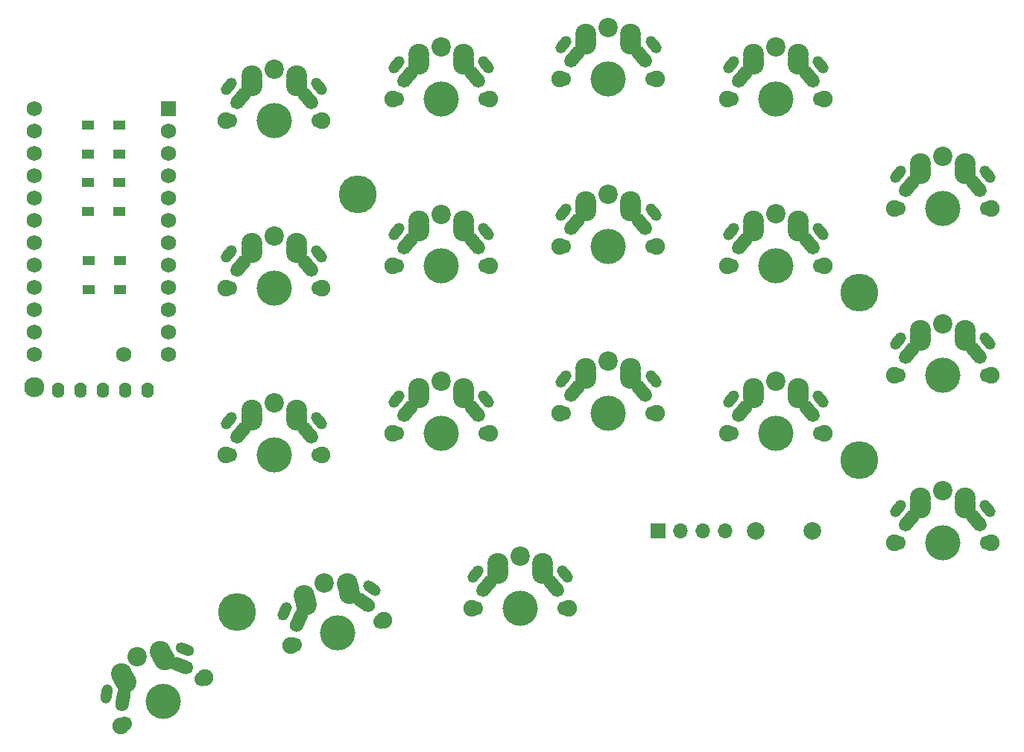
<source format=gbs>
G04 #@! TF.GenerationSoftware,KiCad,Pcbnew,(6.0.2)*
G04 #@! TF.CreationDate,2022-03-08T09:31:39+01:00*
G04 #@! TF.ProjectId,pierce,70696572-6365-42e6-9b69-6361645f7063,v 0.1*
G04 #@! TF.SameCoordinates,Original*
G04 #@! TF.FileFunction,Soldermask,Bot*
G04 #@! TF.FilePolarity,Negative*
%FSLAX46Y46*%
G04 Gerber Fmt 4.6, Leading zero omitted, Abs format (unit mm)*
G04 Created by KiCad (PCBNEW (6.0.2)) date 2022-03-08 09:31:39*
%MOMM*%
%LPD*%
G01*
G04 APERTURE LIST*
G04 Aperture macros list*
%AMHorizOval*
0 Thick line with rounded ends*
0 $1 width*
0 $2 $3 position (X,Y) of the first rounded end (center of the circle)*
0 $4 $5 position (X,Y) of the second rounded end (center of the circle)*
0 Add line between two ends*
20,1,$1,$2,$3,$4,$5,0*
0 Add two circle primitives to create the rounded ends*
1,1,$1,$2,$3*
1,1,$1,$4,$5*%
G04 Aperture macros list end*
%ADD10C,4.000000*%
%ADD11C,1.700000*%
%ADD12C,1.900000*%
%ADD13C,2.400000*%
%ADD14HorizOval,1.550000X0.108530X0.615505X-0.108530X-0.615505X0*%
%ADD15HorizOval,1.250000X0.082483X0.467784X-0.082483X-0.467784X0*%
%ADD16HorizOval,1.250000X0.446354X-0.162460X-0.446354X0.162460X0*%
%ADD17C,2.200000*%
%ADD18HorizOval,1.550000X0.587308X-0.213763X-0.587308X0.213763X0*%
%ADD19HorizOval,1.550000X0.264136X0.566442X-0.264136X-0.566442X0*%
%ADD20HorizOval,1.250000X0.389097X-0.272449X-0.389097X0.272449X0*%
%ADD21HorizOval,1.250000X0.200744X0.430496X-0.200744X-0.430496X0*%
%ADD22HorizOval,1.550000X0.511970X-0.358485X-0.511970X0.358485X0*%
%ADD23HorizOval,1.250000X0.305324X0.363871X-0.305324X-0.363871X0*%
%ADD24HorizOval,1.550000X0.401742X0.478778X-0.401742X-0.478778X0*%
%ADD25HorizOval,1.250000X0.305324X-0.363871X-0.305324X0.363871X0*%
%ADD26HorizOval,1.550000X0.401742X-0.478778X-0.401742X0.478778X0*%
%ADD27C,4.300000*%
%ADD28R,1.752600X1.752600*%
%ADD29C,1.752600*%
%ADD30O,1.397000X1.778000*%
%ADD31C,2.300000*%
%ADD32C,2.000000*%
%ADD33R,1.400000X1.000000*%
%ADD34R,1.700000X1.700000*%
%ADD35O,1.700000X1.700000*%
G04 APERTURE END LIST*
D10*
X112652847Y-118845224D03*
D11*
X108253438Y-121385224D03*
X117052256Y-116305224D03*
D12*
X117415987Y-116095224D03*
X107889707Y-121595224D03*
D13*
X108203142Y-116218110D03*
X107913142Y-115715815D03*
D14*
X108083290Y-118550519D03*
D15*
X106286117Y-118017725D03*
D13*
X108453142Y-116651122D03*
D16*
X115119577Y-112917725D03*
D13*
X112852552Y-114111122D03*
D17*
X109702847Y-113735674D03*
D13*
X112602552Y-113678110D03*
X112312552Y-113175815D03*
D18*
X114682404Y-114740519D03*
D12*
X137765439Y-109621719D03*
X127140255Y-112468729D03*
D11*
X127545944Y-112360025D03*
D10*
X132452847Y-111045224D03*
D11*
X137359750Y-109730423D03*
D13*
X128964119Y-107838921D03*
D19*
X128115269Y-109577873D03*
D20*
X136369674Y-105958136D03*
D13*
X128834710Y-107355958D03*
X128684595Y-106795721D03*
D21*
X126517231Y-108598090D03*
D22*
X135475624Y-107605672D03*
D13*
X133871022Y-106524120D03*
X133591498Y-105480920D03*
D17*
X130925815Y-105346262D03*
D13*
X133741613Y-106041157D03*
D11*
X158332847Y-108245224D03*
X148172847Y-108245224D03*
D10*
X153252847Y-108245224D03*
D12*
X147752847Y-108245224D03*
X158752847Y-108245224D03*
D23*
X148152847Y-104345224D03*
D24*
X149442847Y-105705224D03*
D13*
X150712847Y-103165224D03*
D25*
X158352847Y-104345224D03*
D13*
X150712847Y-104245224D03*
X150712847Y-103745224D03*
D17*
X153252847Y-102345224D03*
D26*
X157062847Y-105705224D03*
D13*
X155792847Y-104245224D03*
X155792847Y-103745224D03*
X155792847Y-103165224D03*
D27*
X121025800Y-108690700D03*
X134775800Y-61180700D03*
X191752500Y-91370700D03*
X191752500Y-72370700D03*
D28*
X113269800Y-51422000D03*
D29*
X113269800Y-53962000D03*
X113269800Y-56502000D03*
X113269800Y-59042000D03*
X113269800Y-61582000D03*
X113269800Y-64122000D03*
X113269800Y-66662000D03*
X113269800Y-69202000D03*
X113269800Y-71742000D03*
X113269800Y-74282000D03*
X113269800Y-76822000D03*
X113269800Y-79362000D03*
X98029800Y-79362000D03*
X98029800Y-76822000D03*
X98029800Y-74282000D03*
X98029800Y-71742000D03*
X98029800Y-69202000D03*
X98029800Y-66662000D03*
X98029800Y-64122000D03*
X98029800Y-61582000D03*
X98029800Y-59042000D03*
X98029800Y-56502000D03*
X98029800Y-53962000D03*
X98029800Y-51422000D03*
X108189800Y-79362000D03*
D11*
X139174847Y-50313202D03*
D10*
X144254847Y-50313202D03*
D11*
X149334847Y-50313202D03*
D12*
X149754847Y-50313202D03*
X138754847Y-50313202D03*
D23*
X139154847Y-46413202D03*
D25*
X149354847Y-46413202D03*
D13*
X141714847Y-45813202D03*
X141714847Y-46313202D03*
D24*
X140444847Y-47773202D03*
D13*
X141714847Y-45233202D03*
D17*
X144254847Y-44413202D03*
D26*
X148064847Y-47773202D03*
D13*
X146794847Y-45813202D03*
X146794847Y-46313202D03*
X146794847Y-45233202D03*
D12*
X149754847Y-69313202D03*
D11*
X149334847Y-69313202D03*
X139174847Y-69313202D03*
D12*
X138754847Y-69313202D03*
D10*
X144254847Y-69313202D03*
D13*
X141714847Y-64813202D03*
D25*
X149354847Y-65413202D03*
D24*
X140444847Y-66773202D03*
D23*
X139154847Y-65413202D03*
D13*
X141714847Y-64233202D03*
X141714847Y-65313202D03*
X146794847Y-64813202D03*
D26*
X148064847Y-66773202D03*
D17*
X144254847Y-63413202D03*
D13*
X146794847Y-65313202D03*
X146794847Y-64233202D03*
D11*
X149334847Y-88313202D03*
D10*
X144254847Y-88313202D03*
D12*
X138754847Y-88313202D03*
D11*
X139174847Y-88313202D03*
D12*
X149754847Y-88313202D03*
D24*
X140444847Y-85773202D03*
D13*
X141714847Y-83813202D03*
X141714847Y-84313202D03*
D23*
X139154847Y-84413202D03*
D13*
X141714847Y-83233202D03*
D25*
X149354847Y-84413202D03*
D17*
X144254847Y-82413202D03*
D13*
X146794847Y-83813202D03*
X146794847Y-83233202D03*
X146794847Y-84313202D03*
D26*
X148064847Y-85773202D03*
D10*
X163254847Y-48060224D03*
D11*
X158174847Y-48060224D03*
D12*
X168754847Y-48060224D03*
D11*
X168334847Y-48060224D03*
D12*
X157754847Y-48060224D03*
D13*
X160714847Y-44060224D03*
D25*
X168354847Y-44160224D03*
D13*
X160714847Y-42980224D03*
X160714847Y-43560224D03*
D24*
X159444847Y-45520224D03*
D23*
X158154847Y-44160224D03*
D13*
X165794847Y-42980224D03*
D26*
X167064847Y-45520224D03*
D17*
X163254847Y-42160224D03*
D13*
X165794847Y-43560224D03*
X165794847Y-44060224D03*
D12*
X157754847Y-67060224D03*
X168754847Y-67060224D03*
D11*
X168334847Y-67060224D03*
D10*
X163254847Y-67060224D03*
D11*
X158174847Y-67060224D03*
D13*
X160714847Y-62560224D03*
X160714847Y-61980224D03*
D23*
X158154847Y-63160224D03*
D13*
X160714847Y-63060224D03*
D24*
X159444847Y-64520224D03*
D25*
X168354847Y-63160224D03*
D13*
X165794847Y-62560224D03*
X165794847Y-63060224D03*
D17*
X163254847Y-61160224D03*
D26*
X167064847Y-64520224D03*
D13*
X165794847Y-61980224D03*
D10*
X163254847Y-86060224D03*
D11*
X158174847Y-86060224D03*
X168334847Y-86060224D03*
D12*
X168754847Y-86060224D03*
X157754847Y-86060224D03*
D25*
X168354847Y-82160224D03*
D13*
X160714847Y-80980224D03*
X160714847Y-81560224D03*
D23*
X158154847Y-82160224D03*
D13*
X160714847Y-82060224D03*
D24*
X159444847Y-83520224D03*
D26*
X167064847Y-83520224D03*
D13*
X165794847Y-80980224D03*
X165794847Y-82060224D03*
X165794847Y-81560224D03*
D17*
X163254847Y-80160224D03*
D11*
X187334847Y-50310662D03*
D12*
X187754847Y-50310662D03*
D10*
X182254847Y-50310662D03*
D12*
X176754847Y-50310662D03*
D11*
X177174847Y-50310662D03*
D13*
X179714847Y-45810662D03*
X179714847Y-46310662D03*
D25*
X187354847Y-46410662D03*
D23*
X177154847Y-46410662D03*
D24*
X178444847Y-47770662D03*
D13*
X179714847Y-45230662D03*
X184794847Y-45810662D03*
D17*
X182254847Y-44410662D03*
D13*
X184794847Y-46310662D03*
D26*
X186064847Y-47770662D03*
D13*
X184794847Y-45230662D03*
D10*
X182254847Y-69310662D03*
D12*
X187754847Y-69310662D03*
D11*
X177174847Y-69310662D03*
X187334847Y-69310662D03*
D12*
X176754847Y-69310662D03*
D13*
X179714847Y-64230662D03*
D25*
X187354847Y-65410662D03*
D13*
X179714847Y-64810662D03*
X179714847Y-65310662D03*
D23*
X177154847Y-65410662D03*
D24*
X178444847Y-66770662D03*
D26*
X186064847Y-66770662D03*
D13*
X184794847Y-64230662D03*
X184794847Y-64810662D03*
D17*
X182254847Y-63410662D03*
D13*
X184794847Y-65310662D03*
D12*
X176754847Y-88310662D03*
D11*
X177174847Y-88310662D03*
D12*
X187754847Y-88310662D03*
D10*
X182254847Y-88310662D03*
D11*
X187334847Y-88310662D03*
D13*
X179714847Y-83230662D03*
D25*
X187354847Y-84410662D03*
D24*
X178444847Y-85770662D03*
D23*
X177154847Y-84410662D03*
D13*
X179714847Y-84310662D03*
X179714847Y-83810662D03*
X184794847Y-84310662D03*
D26*
X186064847Y-85770662D03*
D13*
X184794847Y-83230662D03*
X184794847Y-83810662D03*
D17*
X182254847Y-82410662D03*
D11*
X196174847Y-62773598D03*
D12*
X195754847Y-62773598D03*
X206754847Y-62773598D03*
D11*
X206334847Y-62773598D03*
D10*
X201254847Y-62773598D03*
D13*
X198714847Y-58773598D03*
D24*
X197444847Y-60233598D03*
D25*
X206354847Y-58873598D03*
D13*
X198714847Y-57693598D03*
D23*
X196154847Y-58873598D03*
D13*
X198714847Y-58273598D03*
X203794847Y-57693598D03*
X203794847Y-58773598D03*
D17*
X201254847Y-56873598D03*
D13*
X203794847Y-58273598D03*
D26*
X205064847Y-60233598D03*
D12*
X206754847Y-81773598D03*
D11*
X196174847Y-81773598D03*
D10*
X201254847Y-81773598D03*
D12*
X195754847Y-81773598D03*
D11*
X206334847Y-81773598D03*
D24*
X197444847Y-79233598D03*
D13*
X198714847Y-77273598D03*
X198714847Y-76693598D03*
D25*
X206354847Y-77873598D03*
D13*
X198714847Y-77773598D03*
D23*
X196154847Y-77873598D03*
D13*
X203794847Y-76693598D03*
D17*
X201254847Y-75873598D03*
D13*
X203794847Y-77273598D03*
D26*
X205064847Y-79233598D03*
D13*
X203794847Y-77773598D03*
D12*
X206754847Y-100773598D03*
X195754847Y-100773598D03*
D10*
X201254847Y-100773598D03*
D11*
X196174847Y-100773598D03*
X206334847Y-100773598D03*
D13*
X198714847Y-96773598D03*
X198714847Y-96273598D03*
D25*
X206354847Y-96873598D03*
D24*
X197444847Y-98233598D03*
D23*
X196154847Y-96873598D03*
D13*
X198714847Y-95693598D03*
X203794847Y-96773598D03*
X203794847Y-95693598D03*
D26*
X205064847Y-98233598D03*
D13*
X203794847Y-96273598D03*
D17*
X201254847Y-94873598D03*
D10*
X125254847Y-52810020D03*
D12*
X130754847Y-52810020D03*
D11*
X120174847Y-52810020D03*
X130334847Y-52810020D03*
D12*
X119754847Y-52810020D03*
D23*
X120154847Y-48910020D03*
D13*
X122714847Y-47730020D03*
X122714847Y-48310020D03*
D25*
X130354847Y-48910020D03*
D13*
X122714847Y-48810020D03*
D24*
X121444847Y-50270020D03*
D26*
X129064847Y-50270020D03*
D13*
X127794847Y-47730020D03*
X127794847Y-48310020D03*
D17*
X125254847Y-46910020D03*
D13*
X127794847Y-48810020D03*
D12*
X130754847Y-71810020D03*
D10*
X125254847Y-71810020D03*
D12*
X119754847Y-71810020D03*
D11*
X120174847Y-71810020D03*
X130334847Y-71810020D03*
D13*
X122714847Y-66730020D03*
X122714847Y-67310020D03*
D25*
X130354847Y-67910020D03*
D24*
X121444847Y-69270020D03*
D13*
X122714847Y-67810020D03*
D23*
X120154847Y-67910020D03*
D13*
X127794847Y-67810020D03*
X127794847Y-66730020D03*
D17*
X125254847Y-65910020D03*
D26*
X129064847Y-69270020D03*
D13*
X127794847Y-67310020D03*
D12*
X130754847Y-90810020D03*
X119754847Y-90810020D03*
D10*
X125254847Y-90810020D03*
D11*
X120174847Y-90810020D03*
X130334847Y-90810020D03*
D13*
X122714847Y-86310020D03*
X122714847Y-85730020D03*
D24*
X121444847Y-88270020D03*
D13*
X122714847Y-86810020D03*
D23*
X120154847Y-86910020D03*
D25*
X130354847Y-86910020D03*
D13*
X127794847Y-86310020D03*
D26*
X129064847Y-88270020D03*
D13*
X127794847Y-86810020D03*
X127794847Y-85730020D03*
D17*
X125254847Y-84910020D03*
D30*
X100744400Y-83417000D03*
X103284400Y-83417000D03*
X105824400Y-83417000D03*
X108364400Y-83417000D03*
X110904400Y-83417000D03*
D31*
X98057400Y-83100000D03*
D32*
X179960000Y-99428000D03*
X186460000Y-99428000D03*
D33*
X104154400Y-56594400D03*
X107704400Y-56594400D03*
X104154400Y-53334400D03*
X107704400Y-53334400D03*
X104154400Y-63114400D03*
X107704400Y-63114400D03*
X104154400Y-59854400D03*
X107704400Y-59854400D03*
X107729800Y-72046800D03*
X104179800Y-72046800D03*
X107729800Y-68744800D03*
X104179800Y-68744800D03*
D34*
X168870400Y-99428000D03*
D35*
X171410400Y-99428000D03*
X173950400Y-99428000D03*
X176490400Y-99428000D03*
M02*

</source>
